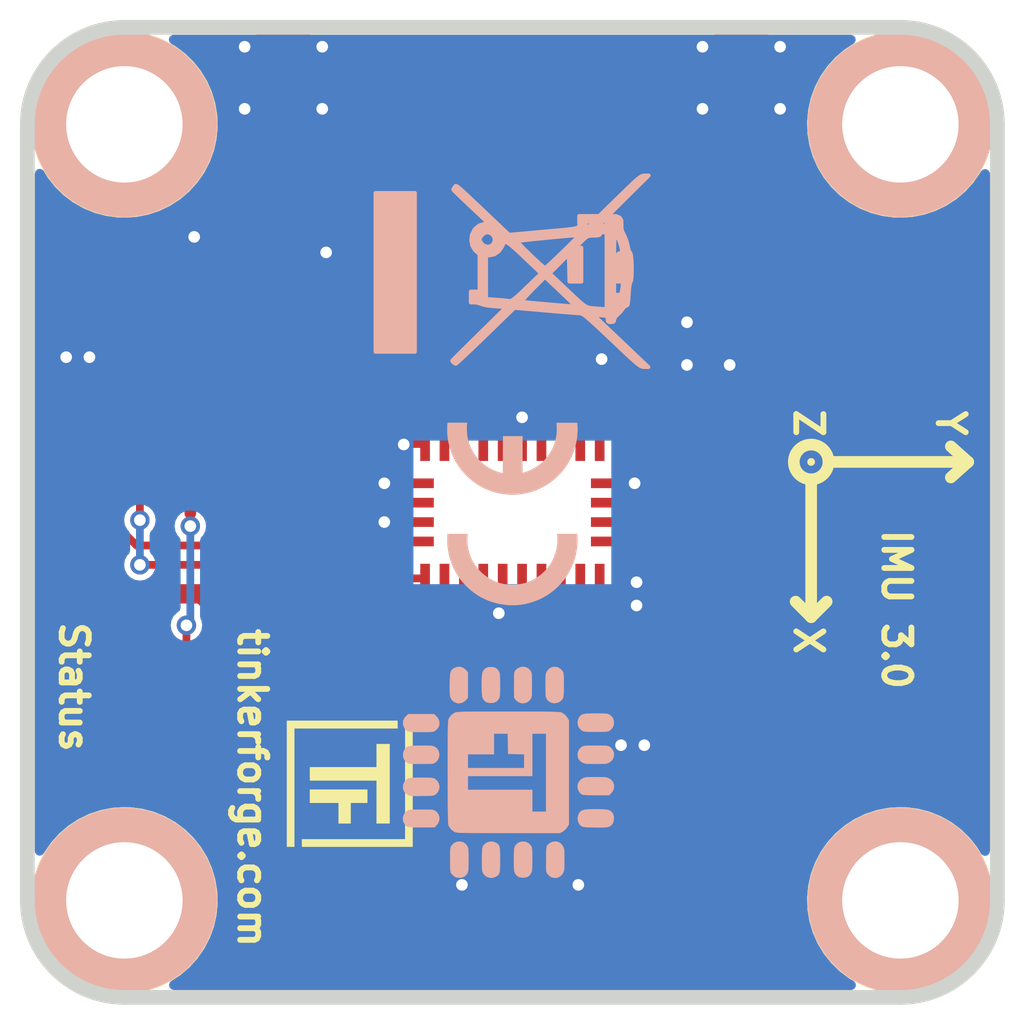
<source format=kicad_pcb>
(kicad_pcb (version 20221018) (generator pcbnew)
  (layers (0 "F.Cu" signal) (31 "B.Cu" signal) (34 "B.Paste" user) (35 "F.Paste" user) (36 "B.SilkS" user "B.Silkscreen") (37 "F.SilkS" user "F.Silkscreen") (38 "B.Mask" user) (39 "F.Mask" user) (44 "Edge.Cuts" user))
  (net 0 "")
  (net 1 "GND")
  (net 2 "Net-(C1-Pad1)")
  (net 3 "VCC")
  (net 4 "Net-(C4-Pad1)")
  (net 5 "Net-(C5-Pad1)")
  (net 6 "Net-(C7-Pad1)")
  (net 7 "Net-(C8-Pad1)")
  (net 8 "Net-(C10-Pad1)")
  (net 9 "Net-(D1-Pad2)")
  (net 10 "Net-(P1-Pad1)")
  (net 11 "Net-(P1-Pad4)")
  (net 12 "Net-(P1-Pad5)")
  (net 13 "Net-(P1-Pad6)")
  (net 14 "Net-(P2-Pad2)")
  (net 15 "Net-(P3-Pad1)")
  (net 16 "BNO-BOOT")
  (net 17 "Net-(R3-Pad1)")
  (net 18 "S-MISO")
  (net 19 "S-MOSI")
  (net 20 "S-CLK")
  (net 21 "S-CS")
  (net 22 "Net-(U1-Pad3)")
  (net 23 "Net-(U1-Pad5)")
  (net 24 "Net-(U1-Pad6)")
  (net 25 "Net-(U1-Pad7)")
  (net 26 "Net-(U1-Pad8)")
  (net 27 "BNO-I2C-SCL")
  (net 28 "BNO-I2C-SDA")
  (net 29 "Net-(U1-Pad13)")
  (net 30 "BNO-nRESET")
  (net 31 "BNO-ADR-SELECT")
  (net 32 "BNO-INT")
  (net 33 "Net-(U2-Pad1)")
  (net 34 "Net-(U2-Pad7)")
  (net 35 "Net-(U2-Pad8)")
  (net 36 "Net-(U2-Pad12)")
  (net 37 "Net-(U2-Pad13)")
  (net 38 "Net-(U2-Pad21)")
  (net 39 "Net-(U2-Pad22)")
  (net 40 "Net-(U2-Pad23)")
  (net 41 "Net-(U2-Pad24)")
  (net 42 "Net-(U1-Pad15)")
  (net 43 "Net-(U1-Pad16)")
  (net 44 "Net-(U1-Pad17)")
  (net 45 "Net-(RP2-Pad2)")
  (net 46 "Net-(RP2-Pad3)")
  (footprint "kicad-libraries:C0402F" (layer "F.Cu") (at 165.7 56.4 180)
    (fp_text reference "C1")
    (fp_text value "220pF")
    (pad "1" smd rect (at -0.5 0 180) (size 0.6 0.7) (layers "F.Cu" "F.Paste" "F.Mask") (net 2 "Net-(C1-Pad1)"))
    (pad "2" smd rect (at 0.5 0 180) (size 0.6 0.7) (layers "F.Cu" "F.Paste" "F.Mask") (net 1 "GND"))
  )
  (footprint "kicad-libraries:C0805" (layer "F.Cu") (at 176.2 56.2 180)
    (fp_text reference "C2")
    (fp_text value "10uF")
    (pad "1" smd rect (at -1.00076 0 180) (size 1.00076 1.24968) (layers "F.Cu" "F.Paste" "F.Mask") (net 3 "VCC") (clearance 0.14986))
    (pad "2" smd rect (at 1.00076 0 180) (size 1.00076 1.24968) (layers "F.Cu" "F.Paste" "F.Mask") (net 1 "GND") (clearance 0.14986))
  )
  (footprint "kicad-libraries:C0603F" (layer "F.Cu") (at 176.2 57.8 180)
    (fp_text reference "C3")
    (fp_text value "1uF")
    (pad "1" smd rect (at -0.75 0 180) (size 0.9 0.9) (layers "F.Cu" "F.Paste" "F.Mask") (net 3 "VCC"))
    (pad "2" smd rect (at 0.75 0 180) (size 0.9 0.9) (layers "F.Cu" "F.Paste" "F.Mask") (net 1 "GND"))
  )
  (footprint "kicad-libraries:C0603" (layer "F.Cu") (at 171.8 70 -90)
    (fp_text reference "C4")
    (fp_text value "22pF")
    (pad "1" smd rect (at -0.8001 0 270) (size 0.8001 0.8001) (layers "F.Cu" "F.Paste" "F.Mask") (net 4 "Net-(C4-Pad1)"))
    (pad "2" smd rect (at 0.8001 0 270) (size 0.8001 0.8001) (layers "F.Cu" "F.Paste" "F.Mask") (net 1 "GND"))
  )
  (footprint "kicad-libraries:C0603" (layer "F.Cu") (at 168.6 70 -90)
    (fp_text reference "C5")
    (fp_text value "22pF")
    (pad "1" smd rect (at -0.8001 0 270) (size 0.8001 0.8001) (layers "F.Cu" "F.Paste" "F.Mask") (net 5 "Net-(C5-Pad1)"))
    (pad "2" smd rect (at 0.8001 0 270) (size 0.8001 0.8001) (layers "F.Cu" "F.Paste" "F.Mask") (net 1 "GND"))
  )
  (footprint "kicad-libraries:C0603F" (layer "F.Cu") (at 158.8 60.2 90)
    (fp_text reference "C6")
    (fp_text value "100nF")
    (pad "1" smd rect (at -0.75 0 90) (size 0.9 0.9) (layers "F.Cu" "F.Paste" "F.Mask") (net 3 "VCC"))
    (pad "2" smd rect (at 0.75 0 90) (size 0.9 0.9) (layers "F.Cu" "F.Paste" "F.Mask") (net 1 "GND"))
  )
  (footprint "kicad-libraries:C0603" (layer "F.Cu") (at 171.5 59.2)
    (fp_text reference "C7")
    (fp_text value "100nF")
    (pad "1" smd rect (at -0.8001 0) (size 0.8001 0.8001) (layers "F.Cu" "F.Paste" "F.Mask") (net 6 "Net-(C7-Pad1)"))
    (pad "2" smd rect (at 0.8001 0) (size 0.8001 0.8001) (layers "F.Cu" "F.Paste" "F.Mask") (net 1 "GND"))
  )
  (footprint "kicad-libraries:C0603" (layer "F.Cu") (at 174.6 62.3 -90)
    (fp_text reference "C8")
    (fp_text value "100nF")
    (pad "1" smd rect (at -0.8001 0 270) (size 0.8001 0.8001) (layers "F.Cu" "F.Paste" "F.Mask") (net 7 "Net-(C8-Pad1)"))
    (pad "2" smd rect (at 0.8001 0 270) (size 0.8001 0.8001) (layers "F.Cu" "F.Paste" "F.Mask") (net 1 "GND"))
  )
  (footprint "kicad-libraries:C0603" (layer "F.Cu") (at 171.8 66.9 -90)
    (fp_text reference "C9")
    (fp_text value "6.8nF")
    (pad "1" smd rect (at -0.8001 0 270) (size 0.8001 0.8001) (layers "F.Cu" "F.Paste" "F.Mask") (net 8 "Net-(C10-Pad1)"))
    (pad "2" smd rect (at 0.8001 0 270) (size 0.8001 0.8001) (layers "F.Cu" "F.Paste" "F.Mask") (net 1 "GND"))
  )
  (footprint "kicad-libraries:C0603" (layer "F.Cu") (at 173.1 66.9 -90)
    (fp_text reference "C10")
    (fp_text value "120nF")
    (pad "1" smd rect (at -0.8001 0 270) (size 0.8001 0.8001) (layers "F.Cu" "F.Paste" "F.Mask") (net 8 "Net-(C10-Pad1)"))
    (pad "2" smd rect (at 0.8001 0 270) (size 0.8001 0.8001) (layers "F.Cu" "F.Paste" "F.Mask") (net 1 "GND"))
  )
  (footprint "kicad-libraries:C0805" (layer "F.Cu") (at 175 64.6 180)
    (fp_text reference "C11")
    (fp_text value "4.7µF")
    (pad "1" smd rect (at -1.00076 0 180) (size 1.00076 1.24968) (layers "F.Cu" "F.Paste" "F.Mask") (net 3 "VCC") (clearance 0.14986))
    (pad "2" smd rect (at 1.00076 0 180) (size 1.00076 1.24968) (layers "F.Cu" "F.Paste" "F.Mask") (net 1 "GND") (clearance 0.14986))
  )
  (footprint "kicad-libraries:D0603F" (layer "F.Cu") (at 160.2 67 -90)
    (fp_text reference "D1")
    (fp_text value "blue")
    (pad "1" smd rect (at -0.75 0 270) (size 0.9 0.9) (layers "F.Cu" "F.Paste" "F.Mask") (net 3 "VCC"))
    (pad "2" smd rect (at 0.75 0 270) (size 0.9 0.9) (layers "F.Cu" "F.Paste" "F.Mask") (net 9 "Net-(D1-Pad2)"))
  )
  (footprint "kicad-libraries:C0603" (layer "F.Cu") (at 175.2 66.1 180)
    (fp_text reference "L1")
    (fp_text value "INDUCTOR")
    (pad "1" smd rect (at -0.8001 0 180) (size 0.8001 0.8001) (layers "F.Cu" "F.Paste" "F.Mask") (net 3 "VCC"))
    (pad "2" smd rect (at 0.8001 0 180) (size 0.8001 0.8001) (layers "F.Cu" "F.Paste" "F.Mask") (net 8 "Net-(C10-Pad1)"))
  )
  (footprint "kicad-libraries:C0603" (layer "F.Cu") (at 176 62.3 90)
    (fp_text reference "L2")
    (fp_text value "INDUCTOR")
    (pad "1" smd rect (at -0.8001 0 90) (size 0.8001 0.8001) (layers "F.Cu" "F.Paste" "F.Mask") (net 3 "VCC"))
    (pad "2" smd rect (at 0.8001 0 90) (size 0.8001 0.8001) (layers "F.Cu" "F.Paste" "F.Mask") (net 7 "Net-(C8-Pad1)"))
  )
  (footprint "kicad-libraries:CON-SENSOR2" (layer "F.Cu") (at 170 50 180)
    (fp_text reference "P1")
    (fp_text value "CON-SENSOR2")
    (pad "1" smd rect (at -3.75 -4.6 180) (size 0.6 1.8) (layers "F.Cu" "F.Paste" "F.Mask") (net 10 "Net-(P1-Pad1)"))
    (pad "2" smd rect (at -2.5 -4.6 180) (size 0.6 1.8) (layers "F.Cu" "F.Paste" "F.Mask") (net 1 "GND"))
    (pad "3" smd rect (at -1.25 -4.6 180) (size 0.6 1.8) (layers "F.Cu" "F.Paste" "F.Mask") (net 3 "VCC"))
    (pad "4" smd rect (at 0 -4.6 180) (size 0.6 1.8) (layers "F.Cu" "F.Paste" "F.Mask") (net 11 "Net-(P1-Pad4)"))
    (pad "5" smd rect (at 1.25 -4.6 180) (size 0.6 1.8) (layers "F.Cu" "F.Paste" "F.Mask") (net 12 "Net-(P1-Pad5)"))
    (pad "6" smd rect (at 2.5 -4.6 180) (size 0.6 1.8) (layers "F.Cu" "F.Paste" "F.Mask") (net 13 "Net-(P1-Pad6)"))
    (pad "7" smd rect (at 3.75 -4.6 180) (size 0.6 1.8) (layers "F.Cu" "F.Paste" "F.Mask") (net 2 "Net-(C1-Pad1)"))
    (pad "EP" smd rect (at -5.9 -1.2 180) (size 1.4 2.4) (layers "F.Cu" "F.Paste" "F.Mask") (net 1 "GND"))
    (pad "EP" smd rect (at 5.9 -1.2 180) (size 1.4 2.4) (layers "F.Cu" "F.Paste" "F.Mask") (net 1 "GND"))
  )
  (footprint "kicad-libraries:DEBUG_PAD" (layer "F.Cu") (at 163.6 56.4)
    (fp_text reference "P3")
    (fp_text value "DEBUG")
    (pad "1" smd circle (at 0 0) (size 0.7 0.7) (layers "F.Cu" "F.Paste" "F.Mask") (net 15 "Net-(P3-Pad1)"))
  )
  (footprint "kicad-libraries:R0603F" (layer "F.Cu") (at 161.6 67 -90)
    (fp_text reference "R3")
    (fp_text value "1k")
    (pad "1" smd rect (at -0.75 0 270) (size 0.9 0.9) (layers "F.Cu" "F.Paste" "F.Mask") (net 17 "Net-(R3-Pad1)"))
    (pad "2" smd rect (at 0.75 0 270) (size 0.9 0.9) (layers "F.Cu" "F.Paste" "F.Mask") (net 9 "Net-(D1-Pad2)"))
  )
  (footprint "kicad-libraries:4X0402" (layer "F.Cu") (at 167.9 57 180)
    (fp_text reference "RP1")
    (fp_text value "82")
    (pad "1" smd rect (at -0.7493 0.575) (size 0.29972 0.65) (layers "F.Cu" "F.Paste" "F.Mask") (net 11 "Net-(P1-Pad4)"))
    (pad "2" smd rect (at -0.24892 0.575) (size 0.29972 0.65) (layers "F.Cu" "F.Paste" "F.Mask") (net 12 "Net-(P1-Pad5)"))
    (pad "3" smd rect (at 0.24892 0.575) (size 0.29972 0.65) (layers "F.Cu" "F.Paste" "F.Mask") (net 13 "Net-(P1-Pad6)"))
    (pad "4" smd rect (at 0.7493 0.575) (size 0.29972 0.65) (layers "F.Cu" "F.Paste" "F.Mask") (net 2 "Net-(C1-Pad1)"))
    (pad "5" smd rect (at 0.7493 -0.575 180) (size 0.29972 0.65) (layers "F.Cu" "F.Paste" "F.Mask") (net 18 "S-MISO"))
    (pad "6" smd rect (at 0.24892 -0.575 180) (size 0.29972 0.65) (layers "F.Cu" "F.Paste" "F.Mask") (net 19 "S-MOSI"))
    (pad "7" smd rect (at -0.24892 -0.575 180) (size 0.29972 0.65) (layers "F.Cu" "F.Paste" "F.Mask") (net 20 "S-CLK"))
    (pad "8" smd rect (at -0.7493 -0.575 180) (size 0.29972 0.65) (layers "F.Cu" "F.Paste" "F.Mask") (net 21 "S-CS"))
  )
  (footprint "kicad-libraries:QFN24-4x4mm-0.5mm" (layer "F.Cu") (at 162.45 60.15 -90)
    (fp_text reference "U1")
    (fp_text value "XMC1302")
    (pad "1" smd oval (at -2.025 -1.25 270) (size 1 0.3) (layers "F.Cu" "F.Paste" "F.Mask") (net 18 "S-MISO"))
    (pad "2" smd oval (at -2.025 -0.75 270) (size 1 0.3) (layers "F.Cu" "F.Paste" "F.Mask") (net 15 "Net-(P3-Pad1)"))
    (pad "3" smd oval (at -2.025 -0.25 270) (size 1 0.3) (layers "F.Cu" "F.Paste" "F.Mask") (net 22 "Net-(U1-Pad3)"))
    (pad "4" smd oval (at -2.025 0.25 270) (size 1 0.3) (layers "F.Cu" "F.Paste" "F.Mask") (net 14 "Net-(P2-Pad2)"))
    (pad "5" smd oval (at -2.025 0.75 270) (size 1 0.3) (layers "F.Cu" "F.Paste" "F.Mask") (net 23 "Net-(U1-Pad5)"))
    (pad "6" smd oval (at -2.025 1.25 270) (size 1 0.3) (layers "F.Cu" "F.Paste" "F.Mask") (net 24 "Net-(U1-Pad6)"))
    (pad "7" smd oval (at -1.25 2.025) (size 1 0.3) (layers "F.Cu" "F.Paste" "F.Mask") (net 25 "Net-(U1-Pad7)"))
    (pad "8" smd oval (at -0.75 2.025) (size 1 0.3) (layers "F.Cu" "F.Paste" "F.Mask") (net 26 "Net-(U1-Pad8)"))
    (pad "9" smd oval (at -0.25 2.025) (size 1 0.3) (layers "F.Cu" "F.Paste" "F.Mask") (net 1 "GND"))
    (pad "10" smd oval (at 0.25 2.025) (size 1 0.3) (layers "F.Cu" "F.Paste" "F.Mask") (net 3 "VCC"))
    (pad "11" smd oval (at 0.75 2.025) (size 1 0.3) (layers "F.Cu" "F.Paste" "F.Mask") (net 27 "BNO-I2C-SCL"))
    (pad "12" smd oval (at 1.25 2.025) (size 1 0.3) (layers "F.Cu" "F.Paste" "F.Mask") (net 28 "BNO-I2C-SDA"))
    (pad "13" smd oval (at 2.025 1.25 270) (size 1 0.3) (layers "F.Cu" "F.Paste" "F.Mask") (net 29 "Net-(U1-Pad13)"))
    (pad "14" smd oval (at 2.025 0.75 270) (size 1 0.3) (layers "F.Cu" "F.Paste" "F.Mask") (net 17 "Net-(R3-Pad1)"))
    (pad "15" smd oval (at 2.025 0.25 270) (size 1 0.3) (layers "F.Cu" "F.Paste" "F.Mask") (net 42 "Net-(U1-Pad15)"))
    (pad "16" smd oval (at 2.025 -0.25 270) (size 1 0.3) (layers "F.Cu" "F.Paste" "F.Mask") (net 43 "Net-(U1-Pad16)"))
    (pad "17" smd oval (at 2.025 -0.75 270) (size 1 0.3) (layers "F.Cu" "F.Paste" "F.Mask") (net 44 "Net-(U1-Pad17)"))
    (pad "18" smd oval (at 2.025 -1.25 270) (size 1 0.3) (layers "F.Cu" "F.Paste" "F.Mask") (net 31 "BNO-ADR-SELECT"))
    (pad "19" smd oval (at 1.25 -2.025) (size 1 0.3) (layers "F.Cu" "F.Paste" "F.Mask") (net 32 "BNO-INT"))
    (pad "20" smd oval (at 0.75 -2.025) (size 1 0.3) (layers "F.Cu" "F.Paste" "F.Mask") (net 30 "BNO-nRESET"))
    (pad "21" smd oval (at 0.25 -2.025) (size 1 0.3) (layers "F.Cu" "F.Paste" "F.Mask") (net 16 "BNO-BOOT"))
    (pad "22" smd oval (at -0.25 -2.025) (size 1 0.3) (layers "F.Cu" "F.Paste" "F.Mask") (net 21 "S-CS"))
    (pad "23" smd oval (at -0.75 -2.025) (size 1 0.3) (layers "F.Cu" "F.Paste" "F.Mask") (net 20 "S-CLK"))
    (pad "24" smd oval (at -1.25 -2.025) (size 1 0.3) (layers "F.Cu" "F.Paste" "F.Mask") (net 19 "S-MOSI"))
    (pad "EXP" smd rect (at -0.65 -0.65 270) (size 1.3 1.3) (layers "F.Cu" "F.Paste" "F.Mask") (net 1 "GND"))
    (pad "EXP" smd rect (at -0.65 0.65 270) (size 1.3 1.3) (layers "F.Cu" "F.Paste" "F.Mask") (net 1 "GND"))
    (pad "EXP" smd rect (at 0.65 -0.65 270) (size 1.3 1.3) (layers "F.Cu" "F.Paste" "F.Mask") (net 1 "GND"))
    (pad "EXP" smd rect (at 0.65 0.65 270) (size 1.3 1.3) (layers "F.Cu" "F.Paste" "F.Mask") (net 1 "GND"))
  )
  (footprint "kicad-libraries:LGA28_5832" (layer "F.Cu") (at 170 62.5 180)
    (fp_text reference "U2")
    (fp_text value "BNO055")
    (pad "1" smd rect (at -2.25 -1.7625 180) (size 0.25 0.875) (layers "F.Cu" "F.Paste" "F.Mask") (net 33 "Net-(U2-Pad1)"))
    (pad "2" smd rect (at -2.4625 -0.75 180) (size 0.875 0.25) (layers "F.Cu" "F.Paste" "F.Mask") (net 1 "GND"))
    (pad "3" smd rect (at -2.4625 -0.25 180) (size 0.875 0.25) (layers "F.Cu" "F.Paste" "F.Mask") (net 7 "Net-(C8-Pad1)"))
    (pad "4" smd rect (at -2.4625 0.25 180) (size 0.875 0.25) (layers "F.Cu" "F.Paste" "F.Mask") (net 16 "BNO-BOOT"))
    (pad "5" smd rect (at -2.4625 0.75 180) (size 0.875 0.25) (layers "F.Cu" "F.Paste" "F.Mask") (net 1 "GND"))
    (pad "6" smd rect (at -2.25 1.7625 180) (size 0.25 0.875) (layers "F.Cu" "F.Paste" "F.Mask") (net 1 "GND"))
    (pad "7" smd rect (at -1.75 1.7625 180) (size 0.25 0.875) (layers "F.Cu" "F.Paste" "F.Mask") (net 34 "Net-(U2-Pad7)"))
    (pad "8" smd rect (at -1.25 1.7625 180) (size 0.25 0.875) (layers "F.Cu" "F.Paste" "F.Mask") (net 35 "Net-(U2-Pad8)"))
    (pad "9" smd rect (at -0.75 1.7625 180) (size 0.25 0.875) (layers "F.Cu" "F.Paste" "F.Mask") (net 6 "Net-(C7-Pad1)"))
    (pad "10" smd rect (at -0.25 1.7625 180) (size 0.25 0.875) (layers "F.Cu" "F.Paste" "F.Mask") (net 1 "GND"))
    (pad "11" smd rect (at 0.25 1.7625 180) (size 0.25 0.875) (layers "F.Cu" "F.Paste" "F.Mask") (net 30 "BNO-nRESET"))
    (pad "12" smd rect (at 0.75 1.7625 180) (size 0.25 0.875) (layers "F.Cu" "F.Paste" "F.Mask") (net 36 "Net-(U2-Pad12)"))
    (pad "13" smd rect (at 1.25 1.7625 180) (size 0.25 0.875) (layers "F.Cu" "F.Paste" "F.Mask") (net 37 "Net-(U2-Pad13)"))
    (pad "14" smd rect (at 1.75 1.7625 180) (size 0.25 0.875) (layers "F.Cu" "F.Paste" "F.Mask") (net 32 "BNO-INT"))
    (pad "15" smd rect (at 2.25 1.7625 180) (size 0.25 0.875) (layers "F.Cu" "F.Paste" "F.Mask") (net 1 "GND"))
    (pad "16" smd rect (at 2.4625 0.75 180) (size 0.875 0.25) (layers "F.Cu" "F.Paste" "F.Mask") (net 1 "GND"))
    (pad "17" smd rect (at 2.4625 0.25 180) (size 0.875 0.25) (layers "F.Cu" "F.Paste" "F.Mask") (net 31 "BNO-ADR-SELECT"))
    (pad "18" smd rect (at 2.4625 -0.25 180) (size 0.875 0.25) (layers "F.Cu" "F.Paste" "F.Mask") (net 1 "GND"))
    (pad "19" smd rect (at 2.4625 -0.75 180) (size 0.875 0.25) (layers "F.Cu" "F.Paste" "F.Mask") (net 27 "BNO-I2C-SCL"))
    (pad "20" smd rect (at 2.25 -1.7625 180) (size 0.25 0.875) (layers "F.Cu" "F.Paste" "F.Mask") (net 28 "BNO-I2C-SDA"))
    (pad "21" smd rect (at 1.75 -1.7625 180) (size 0.25 0.875) (layers "F.Cu" "F.Paste" "F.Mask") (net 38 "Net-(U2-Pad21)"))
    (pad "22" smd rect (at 1.25 -1.7625 180) (size 0.25 0.875) (layers "F.Cu" "F.Paste" "F.Mask") (net 39 "Net-(U2-Pad22)"))
    (pad "23" smd rect (at 0.75 -1.7625 180) (size 0.25 0.875) (layers "F.Cu" "F.Paste" "F.Mask") (net 40 "Net-(U2-Pad23)"))
    (pad "24" smd rect (at 0.25 -1.7625 180) (size 0.25 0.875) (layers "F.Cu" "F.Paste" "F.Mask") (net 41 "Net-(U2-Pad24)"))
    (pad "25" smd rect (at -0.25 -1.7625 180) (size 0.25 0.875) (layers "F.Cu" "F.Paste" "F.Mask") (net 1 "GND"))
    (pad "26" smd rect (at -0.75 -1.7625 180) (size 0.25 0.875) (layers "F.Cu" "F.Paste" "F.Mask") (net 5 "Net-(C5-Pad1)"))
    (pad "27" smd rect (at -1.25 -1.7625 180) (size 0.25 0.875) (layers "F.Cu" "F.Paste" "F.Mask") (net 4 "Net-(C4-Pad1)"))
    (pad "28" smd rect (at -1.75 -1.7625 180) (size 0.25 0.875) (layers "F.Cu" "F.Paste" "F.Mask") (net 8 "Net-(C10-Pad1)"))
  )
  (footprint "kicad-libraries:AB26TRQ" (layer "F.Cu") (at 170.2 71.6 180)
    (fp_text reference "X1")
    (fp_text value "32.768kHz")
    (pad "1" smd rect (at -0.45 5.55 180) (size 0.6 1.1) (layers "F.Cu" "F.Paste" "F.Mask") (net 4 "Net-(C4-Pad1)"))
    (pad "2" smd rect (at 0.45 5.55 180) (size 0.6 1.1) (layers "F.Cu" "F.Paste" "F.Mask") (net 5 "Net-(C5-Pad1)"))
    (pad "3" smd rect (at 0 0 180) (size 1.5 2.4) (layers "F.Cu" "F.Paste" "F.Mask") (net 1 "GND"))
  )
  (footprint "kicad-libraries:SolderJumper" (layer "F.Cu") (at 161.8 56.4 -90)
    (fp_text reference "P2")
    (fp_text value "BOOT")
    (pad "1" smd rect (at -0.5 0 270) (size 0.4 1.4) (layers "F.Cu" "F.Mask") (net 1 "GND"))
    (pad "1" smd rect (at -0.225 -0.55 270) (size 0.95 0.3) (layers "F.Cu" "F.Mask") (net 1 "GND"))
    (pad "1" smd rect (at -0.225 0.55 270) (size 0.95 0.3) (layers "F.Cu" "F.Mask") (net 1 "GND"))
    (pad "2" smd rect (at 0.15 0 270) (size 0.6 0.5) (layers "F.Cu" "F.Mask") (net 14 "Net-(P2-Pad2)"))
    (pad "2" smd rect (at 0.55 0 270) (size 0.3 1.4) (layers "F.Cu" "F.Mask") (net 14 "Net-(P2-Pad2)"))
  )
  (footprint "kicad-libraries:R0603" (layer "F.Cu") (at 175.3 60.2 180)
    (fp_text reference "R1")
    (fp_text value "10k")
    (pad "1" smd rect (at -0.8001 0 180) (size 0.8001 0.8001) (layers "F.Cu" "F.Paste" "F.Mask") (net 3 "VCC"))
    (pad "2" smd rect (at 0.8001 0 180) (size 0.8001 0.8001) (layers "F.Cu" "F.Paste" "F.Mask") (net 16 "BNO-BOOT"))
  )
  (footprint "kicad-libraries:DRILL_NP" (layer "F.Cu") (at 180 72.5)
    (fp_text reference "U3" hide)
    (fp_text value "DRILL" hide)
    (pad "" np_thru_hole circle (at 0 0) (size 2.99974 2.99974) (drill 2.99974) (layers "*.Cu" "*.Mask" "F.SilkS") (clearance 0.89916))
  )
  (footprint "kicad-libraries:DRILL_NP" (layer "F.Cu") (at 160 72.5)
    (fp_text reference "U4" hide)
    (fp_text value "DRILL" hide)
    (pad "" np_thru_hole circle (at 0 0) (size 2.99974 2.99974) (drill 2.99974) (layers "*.Cu" "*.Mask" "F.SilkS") (clearance 0.89916))
  )
  (footprint "kicad-libraries:DRILL_NP" (layer "F.Cu") (at 160 52.5)
    (fp_text reference "U5" hide)
    (fp_text value "DRILL" hide)
    (pad "" np_thru_hole circle (at 0 0) (size 2.99974 2.99974) (drill 2.99974) (layers "*.Cu" "*.Mask" "F.SilkS") (clearance 0.89916))
  )
  (footprint "kicad-libraries:DRILL_NP" (layer "F.Cu") (at 180 52.5)
    (fp_text reference "U6" hide)
    (fp_text value "DRILL" hide)
    (pad "" np_thru_hole circle (at 0 0) (size 2.99974 2.99974) (drill 2.99974) (layers "*.Cu" "*.Mask" "F.SilkS") (clearance 0.89916))
  )
  (footprint "kicad-libraries:4X0402" (layer "F.Cu") (at 165.1 64.2 180)
    (fp_text reference "RP2")
    (fp_text value "3,9k")
    (pad "1" smd rect (at -0.7493 0.575) (size 0.29972 0.65) (layers "F.Cu" "F.Paste" "F.Mask") (net 28 "BNO-I2C-SDA"))
    (pad "2" smd rect (at -0.24892 0.575) (size 0.29972 0.65) (layers "F.Cu" "F.Paste" "F.Mask") (net 45 "Net-(RP2-Pad2)"))
    (pad "3" smd rect (at 0.24892 0.575) (size 0.29972 0.65) (layers "F.Cu" "F.Paste" "F.Mask") (net 46 "Net-(RP2-Pad3)"))
    (pad "4" smd rect (at 0.7493 0.575) (size 0.29972 0.65) (layers "F.Cu" "F.Paste" "F.Mask") (net 27 "BNO-I2C-SCL"))
    (pad "5" smd rect (at 0.7493 -0.575 180) (size 0.29972 0.65) (layers "F.Cu" "F.Paste" "F.Mask") (net 3 "VCC"))
    (pad "6" smd rect (at 0.24892 -0.575 180) (size 0.29972 0.65) (layers "F.Cu" "F.Paste" "F.Mask") (net 3 "VCC"))
    (pad "7" smd rect (at -0.24892 -0.575 180) (size 0.29972 0.65) (layers "F.Cu" "F.Paste" "F.Mask") (net 3 "VCC"))
    (pad "8" smd rect (at -0.7493 -0.575 180) (size 0.29972 0.65) (layers "F.Cu" "F.Paste" "F.Mask") (net 3 "VCC"))
  )
  (footprint "kicad-libraries:Logo_31x31" (layer "F.Cu") (at 165.8 69.5 -90)
    (fp_text reference "G***" hide)
    (fp_text value "LOGO" hide)
  )
  (footprint "kicad-libraries:CE_5mm" (layer "B.Cu") (at 170 62.5 90)
    (fp_text reference "VAL" hide)
    (fp_text value "CE_5mm" hide)
  )
  (footprint "kicad-libraries:WEEE_7mm" (layer "B.Cu") (at 170 56.3 90)
    (fp_text reference "VAL" hide)
    (fp_text value "WEEE_7mm" hide)
  )
  (footprint "kicad-libraries:Logo_CoMCU" (layer "B.Cu") (at 169.9 69.2 90)
    (fp_text reference "G***" hide)
    (fp_text value "LOGO" hide)
  )
  (gr_circle (center 177.7 61.2) (end 178.147214 61.2) (stroke (width 0.3)) (fill none) (layer "F.SilkS"))
  (gr_line (start 181.747214 61.2) (end 181.3 60.8) (stroke (width 0.3)) (layer "F.SilkS"))
  (gr_line (start 177.7 61.647214) (end 177.7 65.2) (stroke (width 0.3)) (layer "F.SilkS"))
  (gr_line (start 177.7 61.2) (end 177.7 61.2) (stroke (width 0.2)) (layer "F.SilkS"))
  (gr_line (start 177.7 65.2) (end 178.1 64.8) (stroke (width 0.3)) (layer "F.SilkS"))
  (gr_line (start 181.747214 61.2) (end 178.147214 61.2) (stroke (width 0.3)) (layer "F.SilkS"))
  (gr_line (start 177.7 65.2) (end 177.3 64.8) (stroke (width 0.3)) (layer "F.SilkS"))
  (gr_line (start 181.747214 61.2) (end 181.3 61.6) (stroke (width 0.3)) (layer "F.SilkS"))
  (gr_arc (start 160 75) (mid 158.232233 74.267767) (end 157.5 72.5) (stroke (width 0.381)) (layer "Edge.Cuts"))
  (gr_line (start 180 75) (end 160 75) (stroke (width 0.381)) (layer "Edge.Cuts"))
  (gr_arc (start 157.5 52.5) (mid 158.232233 50.732233) (end 160 50) (stroke (width 0.381)) (layer "Edge.Cuts"))
  (gr_line (start 160 50) (end 180 50) (stroke (width 0.381)) (layer "Edge.Cuts"))
  (gr_arc (start 180 50) (mid 181.767767 50.732233) (end 182.5 52.5) (stroke (width 0.381)) (layer "Edge.Cuts"))
  (gr_arc (start 182.5 72.5) (mid 181.767767 74.267767) (end 180 75) (stroke (width 0.381)) (layer "Edge.Cuts"))
  (gr_line (start 157.5 72.5) (end 157.5 52.5) (stroke (width 0.381)) (layer "Edge.Cuts"))
  (gr_line (start 182.5 52.5) (end 182.5 72.5) (stroke (width 0.381)) (layer "Edge.Cuts"))
  (gr_text "IMU 3.0" (at 179.9 65 270) (layer "F.SilkS") (effects (font (size 0.7 0.7))))
  (gr_text "Status" (at 158.7 67 270) (layer "F.SilkS") (effects (font (size 0.7 0.7))))
  (gr_text "Z" (at 177.7 60.2 90) (layer "F.SilkS") (effects (font (size 0.7 0.7))))
  (gr_text "Y" (at 181.3 60.2 270) (layer "F.SilkS") (effects (font (size 0.7 0.7))))
  (gr_text "tinkerforge.com" (at 163.3 69.6 270) (layer "F.SilkS") (effects (font (size 0.7 0.7))))
  (gr_text "X" (at 177.7 65.8 90) (layer "F.SilkS") (effects (font (size 0.7 0.7))))
  (segment (start 161.8 59.5) (end 161.4 59.9) (width 0.2) (layer "F.Cu") (net 1))
  (segment (start 161.8 59.5) (end 161.8 60.8) (width 0.2) (layer "F.Cu") (net 1))
  (segment (start 173.1 67.7001) (end 173.1 67.8) (width 0.5) (layer "F.Cu") (net 1))
  (segment (start 167.75 60.7375) (end 167.2125 60.7375) (width 0.2) (layer "F.Cu") (net 1))
  (segment (start 167.5375 62.75) (end 166.7 62.75) (width 0.2) (layer "F.Cu") (net 1))
  (segment (start 172.5 54.6) (end 172.5 55.7) (width 0.5) (layer "F.Cu") (net 1))
  (segment (start 158.8 59.2) (end 158.5 58.9) (width 0.5) (layer "F.Cu") (net 1))
  (segment (start 173.4 68.5) (end 172.8 68.5) (width 0.5) (layer "F.Cu") (net 1))
  (segment (start 158.8 59.45) (end 158.8 59.2) (width 0.5) (layer "F.Cu") (net 1))
  (segment (start 162.075 55.9) (end 162.35 56.175) (width 0.2) (layer "F.Cu") (net 1))
  (segment (start 171.8 67.7001) (end 173.1 67.7001) (width 0.8) (layer "F.Cu") (net 1))
  (segment (start 175.19924 56.2) (end 175.19924 57.54924) (width 0.8) (layer "F.Cu") (net 1))
  (segment (start 174.6 63.1001) (end 174.6 63.99924) (width 0.8) (layer "F.Cu") (net 1))
  (segment (start 169.900998 65.099002) (end 169.65 65.099002) (width 0.2) (layer "F.Cu") (net 1))
  (segment (start 170.25 64.75) (end 169.900998 65.099002) (width 0.2) (layer "F.Cu") (net 1))
  (segment (start 170.25 60.7375) (end 170.25 60.05) (width 0.2) (layer "F.Cu") (net 1))
  (segment (start 172.7999 67.7001) (end 172.7999 68.4999) (width 0.5) (layer "F.Cu") (net 1))
  (segment (start 159.1 58.5) (end 158.5 58.5) (width 0.5) (layer "F.Cu") (net 1))
  (segment (start 173.4 68.1) (end 173.4 68.5) (width 0.5) (layer "F.Cu") (net 1))
  (segment (start 174.4501 63.25) (end 174.6 63.1001) (width 0.2) (layer "F.Cu") (net 1))
  (segment (start 172.25 59.2501) (end 172.3001 59.2) (width 0.2) (layer "F.Cu") (net 1))
  (segment (start 158.5 58.9) (end 158.5 58.5) (width 0.5) (layer "F.Cu") (net 1))
  (segment (start 159.1 58.5) (end 158.8 58.8) (width 0.5) (layer "F.Cu") (net 1))
  (segment (start 173 56.2) (end 175.19924 56.2) (width 0.5) (layer "F.Cu") (net 1))
  (segment (start 172.7999 68.4999) (end 172.8 68.5) (width 0.5) (layer "F.Cu") (net 1))
  (segment (start 172.3001 59.2) (end 172.3001 58.5501) (width 0.3) (layer "F.Cu") (net 1))
  (segment (start 159.1 58.9) (end 159.1 58.5) (width 0.5) (layer "F.Cu") (net 1))
  (segment (start 158.8 59.45) (end 159.25 59.9) (width 0.2) (layer "F.Cu") (net 1))
  (segment (start 161.8 55.9) (end 161.8 55.4) (width 0.3) (layer "F.Cu") (net 1))
  (segment (start 161.25 56.175) (end 161.525 55.9) (width 0.2) (layer "F.Cu") (net 1))
  (segment (start 161.4 59.9) (end 160.425 59.9) (width 0.2) (layer "F.Cu") (net 1))
  (segment (start 175.19924 57.54924) (end 175.45 57.8) (width 0.8) (layer "F.Cu") (net 1))
  (segment (start 174.6 63.99924) (end 173.99924 64.6) (width 0.8) (layer "F.Cu") (net 1))
  (segment (start 161.8 60.8) (end 163.1 60.8) (width 0.2) (layer "F.Cu") (net 1))
  (segment (start 158.8 59.2) (end 159.1 58.9) (width 0.5) (layer "F.Cu") (net 1))
  (segment (start 159.25 59.9) (end 160.425 59.9) (width 0.2) (layer "F.Cu") (net 1))
  (segment (start 172.4625 63.25) (end 174.4501 63.25) (width 0.2) (layer "F.Cu") (net 1))
  (segment (start 172.25 60.7375) (end 172.25 59.2501) (width 0.2) (layer "F.Cu") (net 1))
  (segment (start 161.525 55.9) (end 161.8 55.9) (width 0.2) (layer "F.Cu") (net 1))
  (segment (start 170.25 64.2625) (end 170.25 64.75) (width 0.2) (layer "F.Cu") (net 1))
  (segment (start 172.3001 58.5501) (end 172.3 58.55) (width 0.3) (layer "F.Cu") (net 1))
  (segment (start 173.1 67.8) (end 173.4 68.1) (width 0.5) (layer "F.Cu") (net 1))
  (segment (start 161.8 55.9) (end 162.075 55.9) (width 0.2) (layer "F.Cu") (net 1))
  (segment (start 167.2125 60.7375) (end 167.2 60.75) (width 0.2) (layer "F.Cu") (net 1))
  (segment (start 172.8 68.5) (end 173.1 68.2) (width 0.5) (layer "F.Cu") (net 1))
  (segment (start 172.4625 61.75) (end 173.15 61.75) (width 0.2) (layer "F.Cu") (net 1))
  (segment (start 163.1 59.5) (end 161.8 59.5) (width 0.2) (layer "F.Cu") (net 1))
  (segment (start 165.2 56.4) (end 165.2 55.8) (width 0.3) (layer "F.Cu") (net 1))
  (segment (start 167.5375 61.75) (end 166.7 61.75) (width 0.2) (layer "F.Cu") (net 1))
  (segment (start 172.5 55.7) (end 173 56.2) (width 0.5) (layer "F.Cu") (net 1))
  (via (at 176.9 52.1) (size 0.5) (drill 0.3) (layers "F.Cu" "B.Cu") (net 1))
  (via (at 174.9 50.5) (size 0.5) (drill 0.3) (layers "F.Cu" "B.Cu") (net 1))
  (via (at 176.9 50.5) (size 0.5) (drill 0.3) (layers "F.Cu" "B.Cu") (net 1))
  (via (at 174.9 52.1) (size 0.5) (drill 0.3) (layers "F.Cu" "B.Cu") (net 1))
  (via (at 158.5 58.5) (size 0.5) (drill 0.3) (layers "F.Cu" "B.Cu") (net 1))
  (via (at 173.15 61.75) (size 0.5) (drill 0.3) (layers "F.Cu" "B.Cu") (net 1))
  (via (at 173.2 64.3) (size 0.5) (drill 0.3) (layers "F.Cu" "B.Cu") (net 1))
  (via (at 163.1 52.1) (size 0.5) (drill 0.3) (layers "F.Cu" "B.Cu") (net 1))
  (via (at 173.4 68.5) (size 0.5) (drill 0.3) (layers "F.Cu" "B.Cu") (net 1))
  (via (at 172.3 58.55) (size 0.5) (drill 0.3) (layers "F.Cu" "B.Cu") (net 1))
  (via (at 170.25 60.05) (size 0.5) (drill 0.3) (layers "F.Cu" "B.Cu") (net 1))
  (via (at 167.2 60.75) (size 0.5) (drill 0.3) (layers "F.Cu" "B.Cu") (net 1))
  (via (at 159.1 58.5) (size 0.5) (drill 0.3) (layers "F.Cu" "B.Cu") (net 1))
  (via (at 171.7 72.1) (size 0.5) (drill 0.3) (layers "F.Cu" "B.Cu") (net 1))
  (via (at 166.7 62.75) (size 0.5) (drill 0.3) (layers "F.Cu" "B.Cu") (net 1))
  (via (at 165.1 52.1) (size 0.5) (drill 0.3) (layers "F.Cu" "B.Cu") (net 1))
  (via (at 174.5 57.6) (size 0.5) (drill 0.3) (layers "F.Cu" "B.Cu") (net 1))
  (via (at 173.2 64.9) (size 0.5) (drill 0.3) (layers "F.Cu" "B.Cu") (net 1))
  (via (at 165.2 55.8) (size 0.5) (drill 0.3) (layers "F.Cu" "B.Cu") (net 1))
  (via (at 166.7 61.75) (size 0.5) (drill 0.3) (layers "F.Cu" "B.Cu") (net 1))
  (via (at 161.8 55.4) (size 0.5) (drill 0.3) (layers "F.Cu" "B.Cu") (net 1))
  (via (at 168.7 72.1) (size 0.5) (drill 0.3) (layers "F.Cu" "B.Cu") (net 1))
  (via (at 163.1 50.5) (size 0.5) (drill 0.3) (layers "F.Cu" "B.Cu") (net 1))
  (via (at 169.65 65.099002) (size 0.5) (drill 0.3) (layers "F.Cu" "B.Cu") (net 1))
  (via (at 174.5 58.7) (size 0.5) (drill 0.3) (layers "F.Cu" "B.Cu") (net 1))
  (via (at 175.6 58.7) (size 0.5) (drill 0.3) (layers "F.Cu" "B.Cu") (net 1))
  (via (at 172.8 68.5) (size 0.5) (drill 0.3) (layers "F.Cu" "B.Cu") (net 1))
  (via (at 165.1 50.5) (size 0.5) (drill 0.3) (layers "F.Cu" "B.Cu") (net 1))
  (segment (start 166.25 56.35) (end 166.2 56.4) (width 0.2) (layer "F.Cu") (net 2))
  (segment (start 166.25 54.6) (end 166.25 56.35) (width 0.2) (layer "F.Cu") (net 2))
  (segment (start 167.1257 56.4) (end 167.1507 56.425) (width 0.2) (layer "F.Cu") (net 2))
  (segment (start 166.2 56.4) (end 167.1257 56.4) (width 0.2) (layer "F.Cu") (net 2))
  (segment (start 177.20076 55.00076) (end 177.20076 56.2) (width 0.5) (layer "F.Cu") (net 3))
  (segment (start 160.2 65.4) (end 161 64.6) (width 0.2) (layer "F.Cu") (net 3))
  (segment (start 176.0001 66.1) (end 176 66.1001) (width 0.5) (layer "F.Cu") (net 3))
  (segment (start 159.8 64.6) (end 160.2 64.6) (width 0.5) (layer "F.Cu") (net 3))
  (segment (start 176.1001 60.2) (end 176.1001 60.1999) (width 0.3) (layer "F.Cu") (net 3))
  (segment (start 176.1001 60.1999) (end 176.95 59.35) (width 0.3) (layer "F.Cu") (net 3))
  (segment (start 160.425 60.4) (end 159.35 60.4) (width 0.2) (layer "F.Cu") (net 3))
  (segment (start 166.8 73.5) (end 163.8 70.5) (width 0.5) (layer "F.Cu") (net 3))
  (segment (start 160.2 66.25) (end 160.2 65.4) (width 0.2) (layer "F.Cu") (net 3))
  (segment (start 176.4999 63.1001) (end 176 63.1001) (width 0.5) (layer "F.Cu") (net 3))
  (segment (start 158.8 63.6) (end 159.8 64.6) (width 0.5) (layer "F.Cu") (net 3))
  (segment (start 163.8 65.1) (end 164.125 64.775) (width 0.2) (layer "F.Cu") (net 3))
  (segment (start 163.8 66.405708) (end 163.8 65.1) (width 0.2) (layer "F.Cu") (net 3))
  (segment (start 176.00076 66.09934) (end 176.0001 66.1) (width 0.8) (layer "F.Cu") (net 3))
  (segment (start 176.95 57.8) (end 176.95 62.65) (width 0.5) (layer "F.Cu") (net 3))
  (segment (start 176.95 58.55) (end 176.95 57.8) (width 0.3) (layer "F.Cu") (net 3))
  (segment (start 173.7 73.5) (end 166.8 73.5) (width 0.5) (layer "F.Cu") (net 3))
  (segment (start 171.8 53.1) (end 175.3 53.1) (width 0.5) (layer "F.Cu") (net 3))
  (segment (start 164.125 64.775) (end 165.8493 64.775) (width 0.2) (layer "F.Cu") (net 3))
  (segment (start 171.25 54.6) (end 171.25 53.65) (width 0.5) (layer "F.Cu") (net 3))
  (segment (start 160.2 64.6) (end 161.994292 64.6) (width 0.5) (layer "F.Cu") (net 3))
  (segment (start 163.8 70.5) (end 163.8 66.405708) (width 0.5) (layer "F.Cu") (net 3))
  (segment (start 176 71.2) (end 173.7 73.5) (width 0.5) (layer "F.Cu") (net 3))
  (segment (start 159.35 60.4) (end 158.8 60.95) (width 0.2) (layer "F.Cu") (net 3))
  (segment (start 176 64.59924) (end 176.00076 64.6) (width 0.8) (layer "F.Cu") (net 3))
  (segment (start 176 66.1001) (end 176 71.2) (width 0.5) (layer "F.Cu") (net 3))
  (segment (start 176.00076 64.6) (end 176.00076 66.09934) (width 0.8) (layer "F.Cu") (net 3))
  (segment (start 176.95 59.35) (end 176.95 58.55) (width 0.3) (layer "F.Cu") (net 3))
  (segment (start 176 63.1001) (end 176 64.59924) (width 0.8) (layer "F.Cu") (net 3))
  (segment (start 177.20076 56.2) (end 177.20076 57.54924) (width 0.8) (layer "F.Cu") (net 3))
  (segment (start 177.20076 57.54924) (end 176.95 57.8) (width 0.8) (layer "F.Cu") (net 3))
  (segment (start 163.8 66.405708) (end 161.994292 64.6) (width 0.5) (layer "F.Cu") (net 3))
  (segment (start 171.25 53.65) (end 171.8 53.1) (width 0.5) (layer "F.Cu") (net 3))
  (segment (start 175.3 53.1) (end 177.20076 55.00076) (width 0.5) (layer "F.Cu") (net 3))
  (segment (start 158.8 60.95) (end 158.8 63.6) (width 0.5) (layer "F.Cu") (net 3))
  (segment (start 176.95 62.65) (end 176.4999 63.1001) (width 0.5) (layer "F.Cu") (net 3))
  (segment (start 170.65 66.05) (end 170.65 65.8) (width 0.2) (layer "F.Cu") (net 4))
  (segment (start 171.25 65.2) (end 171.25 64.9) (width 0.2) (layer "F.Cu") (net 4))
  (segment (start 170.65 66.8) (end 170.65 66.05) (width 0.2) (layer "F.Cu") (net 4))
  (segment (start 171.19995 69.1999) (end 170.65 68.64995) (width 0.2) (layer "F.Cu") (net 4))
  (segment (start 170.65 65.8) (end 171.25 65.2) (width 0.2) (layer "F.Cu") (net 4))
  (segment (start 171.25 64.9) (end 171.25 64.2625) (width 0.2) (layer "F.Cu") (net 4))
  (segment (start 170.65 68.64995) (end 170.65 66.8) (width 0.2) (layer "F.Cu") (net 4))
  (segment (start 171.8 69.1999) (end 171.19995 69.1999) (width 0.2) (layer "F.Cu") (net 4))
  (segment (start 169.75 66.05) (end 169.75 65.743576) (width 0.2) (layer "F.Cu") (net 5))
  (segment (start 169.75 65.743576) (end 170.75 64.743576) (width 0.2) (layer "F.Cu") (net 5))
  (segment (start 169.2001 69.1999) (end 169.75 68.65) (width 0.2) (layer "F.Cu") (net 5))
  (segment (start 170.75 64.743576) (end 170.75 64.2625) (width 0.2) (layer "F.Cu") (net 5))
  (segment (start 168.6 69.1999) (end 169.2001 69.1999) (width 0.2) (layer "F.Cu") (net 5))
  (segment (start 169.75 68.65) (end 169.75 66.05) (width 0.2) (layer "F.Cu") (net 5))
  (segment (start 170.75 60.7375) (end 170.75 59.2501) (width 0.2) (layer "F.Cu") (net 6))
  (segment (start 170.75 59.2501) (end 170.6999 59.2) (width 0.2) (layer "F.Cu") (net 6))
  (segment (start 174.6 61.4999) (end 174.6 61.5321) (width 0.2) (layer "F.Cu") (net 7))
  (segment (start 174.6 61.5321) (end 173.3821 62.75) (width 0.2) (layer "F.Cu") (net 7))
  (segment (start 173.1 62.75) (end 172.4625 62.75) (width 0.2) (layer "F.Cu") (net 7))
  (segment (start 176 61.4999) (end 174.6 61.4999) (width 0.8) (layer "F.Cu") (net 7))
  (segment (start 173.3821 62.75) (end 173.1 62.75) (width 0.2) (layer "F.Cu") (net 7))
  (segment (start 174.3999 66.1) (end 173.1001 66.1) (width 0.8) (layer "F.Cu") (net 8))
  (segment (start 171.75 66.0499) (end 171.75 64.2625) (width 0.2) (layer "F.Cu") (net 8))
  (segment (start 171.8 66.0999) (end 171.75 66.0499) (width 0.2) (layer "F.Cu") (net 8))
  (segment (start 173.1001 66.1) (end 173.1 66.0999) (width 0.8) (layer "F.Cu") (net 8))
  (segment (start 173.1 66.0999) (end 171.8 66.0999) (width 0.8) (layer "F.Cu") (net 8))
  (segment (start 160.2 67.75) (end 161.6 67.75) (width 0.5) (layer "F.Cu") (net 9))
  (segment (start 169.275 56.425) (end 170 55.7) (width 0.2) (layer "F.Cu") (net 11))
  (segment (start 168.6493 56.425) (end 169.275 56.425) (width 0.2) (layer "F.Cu") (net 11))
  (segment (start 170 55.7) (end 170 54.6) (width 0.2) (layer "F.Cu") (net 11))
  (segment (start 168.14892 56.425) (end 168.14892 55.95108) (width 0.2) (layer "F.Cu") (net 12))
  (segment (start 168.14892 55.95108) (end 168.75 55.35) (width 0.2) (layer "F.Cu") (net 12))
  (segment (start 168.75 55.35) (end 168.75 54.6) (width 0.2) (layer "F.Cu") (net 12))
  (segment (start 167.65108 54.75108) (end 167.5 54.6) (width 0.2) (layer "F.Cu") (net 13))
  (segment (start 167.65108 56.425) (end 167.65108 54.75108) (width 0.2) (layer "F.Cu") (net 13))
  (segment (start 161.8 56.55) (end 161.8 57.1) (width 0.2) (layer "F.Cu") (net 14))
  (segment (start 162.2 57.5) (end 162.2 58.125) (width 0.2) (layer "F.Cu") (net 14))
  (segment (start 161.8 57.1) (end 162.2 57.5) (width 0.2) (layer "F.Cu") (net 14))
  (segment (start 163.2 56.8) (end 163.2 58.125) (width 0.2) (layer "F.Cu") (net 15))
  (segment (start 163.6 56.4) (end 163.2 56.8) (width 0.2) (layer "F.Cu") (net 15))
  (segment (start 168.439129 59.251979) (end 166.548021 59.251979) (width 0.2) (layer "F.Cu") (net 16))
  (segment (start 173.649002 60.450848) (end 173.649002 61.989522) (width 0.2) (layer "F.Cu") (net 16))
  (segment (start 173.649002 61.989522) (end 173.388524 62.25) (width 0.2) (layer "F.Cu") (net 16))
  (segment (start 169.691108 58) (end 168.439129 59.251979) (width 0.2) (layer "F.Cu") (net 16))
  (segment (start 173.388524 62.25) (end 173.1 62.25) (width 0.2) (layer "F.Cu") (net 16))
  (segment (start 165.4 60.4) (end 164.475 60.4) (width 0.2) (layer "F.Cu") (net 16))
  (segment (start 172.89995 58) (end 169.691108 58) (width 0.2) (layer "F.Cu") (net 16))
  (segment (start 173.1 62.25) (end 172.4625 62.25) (width 0.2) (layer "F.Cu") (net 16))
  (segment (start 173.89985 60.2) (end 173.649002 60.450848) (width 0.2) (layer "F.Cu") (net 16))
  (segment (start 174.4999 60.2) (end 174.4999 59.59995) (width 0.2) (layer "F.Cu") (net 16))
  (segment (start 174.4999 59.59995) (end 172.89995 58) (width 0.2) (layer "F.Cu") (net 16))
  (segment (start 166.548021 59.251979) (end 165.4 60.4) (width 0.2) (layer "F.Cu") (net 16))
  (segment (start 174.4999 60.2) (end 173.89985 60.2) (width 0.2) (layer "F.Cu") (net 16))
  (segment (start 161.464402 65.35) (end 161.524923 65.410521) (width 0.2) (layer "F.Cu") (net 17))
  (segment (start 161.7 62.175) (end 161.7 62.853977) (width 0.2) (layer "F.Cu") (net 17))
  (segment (start 161.6 65.410521) (end 161.6 66.25) (width 0.2) (layer "F.Cu") (net 17))
  (segment (start 161.524923 65.410521) (end 161.6 65.410521) (width 0.2) (layer "F.Cu") (net 17))
  (via (at 161.7 62.853977) (size 0.5) (drill 0.3) (layers "F.Cu" "B.Cu") (net 17))
  (via (at 161.6 65.410521) (size 0.5) (drill 0.3) (layers "F.Cu" "B.Cu") (net 17))
  (segment (start 161.7 65.310521) (end 161.6 65.410521) (width 0.2) (layer "B.Cu") (net 17))
  (segment (start 161.7 62.853977) (end 161.7 65.310521) (width 0.2) (layer "B.Cu") (net 17))
  (segment (start 164.05 58.125) (end 163.7 58.125) (width 0.2) (layer "F.Cu") (net 18))
  (segment (start 165.025 57.575) (end 164.475 58.125) (width 0.2) (layer "F.Cu") (net 18))
  (segment (start 164.475 58.125) (end 164.05 58.125) (width 0.2) (layer "F.Cu") (net 18))
  (segment (start 167.1507 57.575) (end 165.025 57.575) (width 0.2) (layer "F.Cu") (net 18))
  (segment (start 167.65108 57.575) (end 167.65108 57.997682) (width 0.2) (layer "F.Cu") (net 19))
  (segment (start 165.925996 58.149004) (end 165.175 58.9) (width 0.2) (layer "F.Cu") (net 19))
  (segment (start 167.499758 58.149004) (end 165.925996 58.149004) (width 0.2) (layer "F.Cu") (net 19))
  (segment (start 165.175 58.9) (end 164.475 58.9) (width 0.2) (layer "F.Cu") (net 19))
  (segment (start 167.65108 57.997682) (end 167.499758 58.149004) (width 0.2) (layer "F.Cu") (net 19))
  (segment (start 168.14892 57.993418) (end 167.644322 58.498015) (width 0.2) (layer "F.Cu") (net 20))
  (segment (start 166.076985 58.498015) (end 165.175 59.4) (width 0.2) (layer "F.Cu") (net 20))
  (segment (start 165.175 59.4) (end 164.475 59.4) (width 0.2) (layer "F.Cu") (net 20))
  (segment (start 168.14892 57.575) (end 168.14892 57.993418) (width 0.2) (layer "F.Cu") (net 20))
  (segment (start 167.644322 58.498015) (end 166.076985 58.498015) (width 0.2) (layer "F.Cu") (net 20))
  (segment (start 166.227976 58.847024) (end 165.175 59.9) (width 0.2) (layer "F.Cu") (net 21))
  (segment (start 165.175 59.9) (end 164.475 59.9) (width 0.2) (layer "F.Cu") (net 21))
  (segment (start 167.788888 58.847024) (end 166.227976 58.847024) (width 0.2) (layer "F.Cu") (net 21))
  (segment (start 168.6493 57.575) (end 168.6493 57.986614) (width 0.2) (layer "F.Cu") (net 21))
  (segment (start 168.6493 57.986614) (end 167.788888 58.847024) (width 0.2) (layer "F.Cu") (net 21))
  (segment (start 167.5375 63.25) (end 166.45 63.25) (width 0.2) (layer "F.Cu") (net 27))
  (segment (start 160.314465 63.352987) (end 159.6 62.638522) (width 0.2) (layer "F.Cu") (net 27))
  (segment (start 159.6 61.025) (end 159.725 60.9) (width 0.2) (layer "F.Cu") (net 27))
  (segment (start 163.728827 63.352987) (end 160.314465 63.352987) (width 0.2) (layer "F.Cu") (net 27))
  (segment (start 159.725 60.9) (end 160.425 60.9) (width 0.2) (layer "F.Cu") (net 27))
  (segment (start 159.6 62.638522) (end 159.6 61.025) (width 0.2) (layer "F.Cu") (net 27))
  (segment (start 166.45 63.25) (end 166.1 62.9) (width 0.2) (layer "F.Cu") (net 27))
  (segment (start 164.3507 63.625) (end 164.00084 63.625) (width 0.2) (layer "F.Cu") (net 27))
  (segment (start 164.3507 63.202318) (end 164.3507 63.625) (width 0.2) (layer "F.Cu") (net 27))
  (segment (start 164.00084 63.625) (end 163.728827 63.352987) (width 0.2) (layer "F.Cu") (net 27))
  (segment (start 164.653018 62.9) (end 164.3507 63.202318) (width 0.2) (layer "F.Cu") (net 27))
  (segment (start 166.1 62.9) (end 164.653018 62.9) (width 0.2) (layer "F.Cu") (net 27))
  (segment (start 167.688499 64.200999) (end 166.198361 64.200999) (width 0.2) (layer "F.Cu") (net 28))
  (segment (start 167.75 64.2625) (end 167.688499 64.200999) (width 0.2) (layer "F.Cu") (net 28))
  (segment (start 166.198361 64.200999) (end 165.8 64.2) (width 0.2) (layer "F.Cu") (net 28))
  (segment (start 163.500999 64.200999) (end 163.151989 63.851989) (width 0.2) (layer "F.Cu") (net 28))
  (segment (start 160.4 62.7) (end 160.4 61.425) (width 0.2) (layer "F.Cu") (net 28))
  (segment (start 160.4 61.425) (end 160.425 61.4) (width 0.2) (layer "F.Cu") (net 28))
  (segment (start 160.753553 63.851989) (end 160.4 63.851989) (width 0.2) (layer "F.Cu") (net 28))
  (segment (start 163.151989 63.851989) (end 160.753553 63.851989) (width 0.2) (layer "F.Cu") (net 28))
  (segment (start 165.8493 64.1507) (end 165.8 64.2) (width 0.2) (layer "F.Cu") (net 28))
  (segment (start 165.8 64.2) (end 163.500999 64.200999) (width 0.2) (layer "F.Cu") (net 28))
  (segment (start 165.8493 63.625) (end 165.8493 64.1507) (width 0.2) (layer "F.Cu") (net 28))
  (via (at 160.4 63.851989) (size 0.5) (drill 0.3) (layers "F.Cu" "B.Cu") (net 28))
  (via (at 160.4 62.7) (size 0.5) (drill 0.3) (layers "F.Cu" "B.Cu") (net 28))
  (segment (start 160.4 62.7) (end 160.4 63.851989) (width 0.2) (layer "B.Cu") (net 28))
  (segment (start 169.75 60.7375) (end 169.75 60.1) (width 0.2) (layer "F.Cu") (net 30))
  (segment (start 169.75 60.1) (end 169.25099 59.60099) (width 0.2) (layer "F.Cu") (net 30))
  (segment (start 165.5 60.9) (end 164.475 60.9) (width 0.2) (layer "F.Cu") (net 30))
  (segment (start 169.25099 59.60099) (end 166.79901 59.60099) (width 0.2) (layer "F.Cu") (net 30))
  (segment (start 166.79901 59.60099) (end 165.5 60.9) (width 0.2) (layer "F.Cu") (net 30))
  (segment (start 167.5375 62.25) (end 163.775 62.25) (width 0.2) (layer "F.Cu") (net 31))
  (segment (start 163.775 62.25) (end 163.7 62.175) (width 0.2) (layer "F.Cu") (net 31))
  (segment (start 165.175 61.4) (end 164.475 61.4) (width 0.2) (layer "F.Cu") (net 32))
  (segment (start 168.25 60.2) (end 168.05 60) (width 0.2) (layer "F.Cu") (net 32))
  (segment (start 167.2 60) (end 165.8 61.4) (width 0.2) (layer "F.Cu") (net 32))
  (segment (start 168.05 60) (end 167.2 60) (width 0.2) (layer "F.Cu") (net 32))
  (segment (start 168.25 60.7375) (end 168.25 60.2) (width 0.2) (layer "F.Cu") (net 32))
  (segment (start 165.8 61.4) (end 165.175 61.4) (width 0.2) (layer "F.Cu") (net 32))
  (zone (net 1) (net_name "GND") (layer "F.Cu") (connect_pads yes (clearance 0.15)) (min_thickness 0.254) (fill yes (thermal_gap 0.508) (thermal_bridge_width 0.508))
    (polygon (pts (xy 177.2 52.4) (xy 174.6 52.4) (xy 174.6 50.2) (xy 177.2 50.2)))
  )
  (zone (net 1) (net_name "GND") (layer "F.Cu") (connect_pads yes (clearance 0.15)) (min_thickness 0.254) (fill yes (thermal_gap 0.508) (thermal_bridge_width 0.508))
    (polygon (pts (xy 165.4 52.4) (xy 162.8 52.4) (xy 162.8 50.2) (xy 165.4 50.2)))
  )
  (zone (net 1) (net_name "GND") (layer "F.Cu") (connect_pads yes (clearance 0.508)) (min_thickness 0.254) (fill yes (thermal_gap 0.508) (thermal_bridge_width 0.508))
    (polygon (pts (xy 174.5 65.2) (xy 172.9 65.2) (xy 172.9 64) (xy 174.5 64)))
  )
  (zone (net 1) (net_name "GND") (layer "F.Cu") (connect_pads yes (clearance 0.15)) (min_thickness 0.254) (fill yes (thermal_gap 0.508) (thermal_bridge_width 0.508))
    (polygon (pts (xy 172.2 72.8) (xy 168.2 72.8) (xy 168.2 70.4) (xy 172.2 70.4)))
  )
  (zone (net 1) (net_name "GND") (layer "F.Cu") (connect_pads yes (clearance 0.15)) (min_thickness 0.254) (fill yes (thermal_gap 0.508) (thermal_bridge_width 0.508))
    (polygon (pts (xy 175.9 59) (xy 174.2 59) (xy 174.2 57.3) (xy 175.9 57.3)))
  )
  (zone (net 0) (net_name "") (layers "F&B.Cu") (connect_pads (clearance 0)) (min_thickness 0.254)
    (keepout (tracks allowed) (vias not_allowed) (pads allowed) (copperpour not_allowed) (footprints allowed))
    (fill (thermal_gap 0.508) (thermal_bridge_width 0.508))
    (polygon (pts (xy 172.55 64.35) (xy 167.45 64.35) (xy 167.45 60.65) (xy 172.55 60.65)))
  )
  (zone (net 1) (net_name "GND") (layer "B.Cu") (connect_pads yes (clearance 0.15)) (min_thickness 0.254) (fill yes (thermal_gap 0.508) (thermal_bridge_width 0.508))
    (polygon (pts (xy 182.5 75) (xy 157.5 75) (xy 157.5 50) (xy 182.5 50)))
  )
)
</source>
